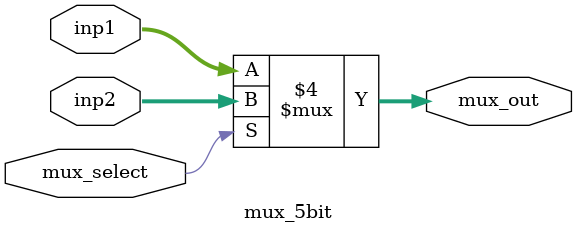
<source format=v>
module mux_5bit
(
	input [4:0] inp1, 
	input [4:0] inp2,
	input mux_select,
	output reg [4:0] mux_out
);

//This module is used for selecting one of the inputs to the output

always @ (*) begin
	if (mux_select == 1'b0)
		mux_out = inp1;
	else	
		mux_out = inp2;
end


endmodule

</source>
